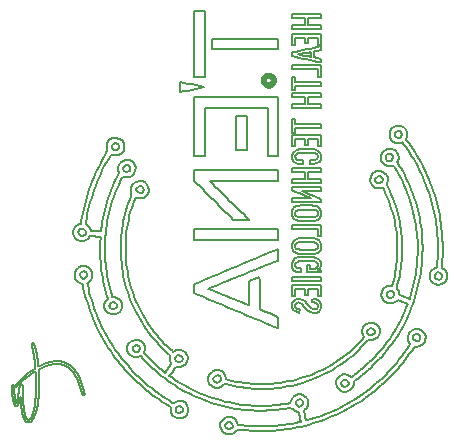
<source format=gbr>
G04 EAGLE Gerber RS-274X export*
G75*
%MOMM*%
%FSLAX34Y34*%
%LPD*%
%INSilkscreen Bottom*%
%IPPOS*%
%AMOC8*
5,1,8,0,0,1.08239X$1,22.5*%
G01*
%ADD10C,0.150000*%
%ADD11C,0.508000*%


D10*
X65611Y38675D02*
X65435Y39347D01*
X65256Y40018D01*
X65075Y40688D01*
X64891Y41357D01*
X64703Y42026D01*
X64512Y42693D01*
X64319Y43360D01*
X64122Y44025D01*
X63921Y44690D01*
X63716Y45354D01*
X63508Y46016D01*
X63295Y46677D01*
X63078Y47336D01*
X62856Y47994D01*
X62629Y48651D01*
X62395Y49304D01*
X62154Y49940D01*
X61894Y50569D01*
X61618Y51190D01*
X61326Y51806D01*
X61019Y52414D01*
X60700Y53014D01*
X60367Y53607D01*
X60021Y54194D01*
X59663Y54772D01*
X59292Y55344D01*
X58909Y55906D01*
X58512Y56459D01*
X58102Y57002D01*
X57677Y57535D01*
X57222Y58076D01*
X56752Y58606D01*
X56268Y59123D01*
X55769Y59625D01*
X55254Y60112D01*
X54724Y60581D01*
X54178Y61031D01*
X53617Y61461D01*
X53039Y61871D01*
X52447Y62257D01*
X51839Y62619D01*
X51218Y62957D01*
X50582Y63270D01*
X49935Y63558D01*
X49277Y63819D01*
X48610Y64055D01*
X47934Y64265D01*
X47251Y64451D01*
X46562Y64613D01*
X45868Y64752D01*
X45171Y64869D01*
X44470Y64965D01*
X43841Y65014D01*
X43212Y65033D01*
X42582Y65036D01*
X41952Y65026D01*
X41322Y65004D01*
X40694Y64967D01*
X40066Y64905D01*
X39374Y64806D01*
X38685Y64694D01*
X37998Y64567D01*
X37313Y64425D01*
X36631Y64270D01*
X35952Y64100D01*
X35278Y63917D01*
X34607Y63721D01*
X33940Y63512D01*
X33278Y63290D01*
X32619Y63056D01*
X31966Y62811D01*
X31315Y62555D01*
X30669Y62289D01*
X30027Y62013D01*
X29389Y61728D01*
X28755Y61435D01*
X28124Y61133D01*
X27491Y60828D01*
X26852Y60537D01*
X26794Y61133D01*
X26747Y61729D01*
X26691Y62438D01*
X26631Y63146D01*
X26568Y63855D01*
X26501Y64563D01*
X26429Y65270D01*
X26353Y65977D01*
X26271Y66684D01*
X26184Y67389D01*
X26090Y68094D01*
X25989Y68798D01*
X25882Y69501D01*
X25766Y70202D01*
X25643Y70902D01*
X25510Y71601D01*
X25369Y72298D01*
X25217Y72993D01*
X25056Y73687D01*
X24884Y74377D01*
X24731Y74955D01*
X24570Y75531D01*
X24401Y76104D01*
X24222Y76675D01*
X24029Y77241D01*
X23815Y77798D01*
X23540Y78407D01*
X23245Y79007D01*
X22933Y79598D01*
X22575Y80159D01*
X22225Y80322D01*
X21841Y80324D01*
X21366Y80026D01*
X21212Y79488D01*
X21302Y78840D01*
X21420Y78196D01*
X21547Y77554D01*
X21681Y76913D01*
X21822Y76274D01*
X21972Y75636D01*
X22134Y74963D01*
X22289Y74289D01*
X22436Y73613D01*
X22577Y72936D01*
X22710Y72258D01*
X22837Y71578D01*
X22958Y70896D01*
X23072Y70214D01*
X23180Y69531D01*
X23282Y68847D01*
X23379Y68162D01*
X23470Y67475D01*
X23556Y66789D01*
X23637Y66101D01*
X23713Y65414D01*
X23785Y64726D01*
X23852Y64037D01*
X23915Y63349D01*
X23974Y62659D01*
X24030Y61969D01*
X24082Y61280D01*
X24123Y60702D01*
X24160Y60123D01*
X24187Y59544D01*
X24110Y58988D01*
X23691Y58735D01*
X23276Y58475D01*
X22862Y58211D01*
X22294Y57844D01*
X21729Y57469D01*
X21170Y57088D01*
X20615Y56701D01*
X20064Y56308D01*
X19518Y55908D01*
X18976Y55503D01*
X18438Y55091D01*
X17905Y54673D01*
X17376Y54249D01*
X16851Y53821D01*
X16332Y53387D01*
X15816Y52948D01*
X15304Y52504D01*
X14797Y52056D01*
X14315Y51618D01*
X13838Y51174D01*
X13365Y50726D01*
X12895Y50276D01*
X12427Y49823D01*
X11962Y49368D01*
X11500Y48910D01*
X11041Y48449D01*
X10586Y47983D01*
X10139Y47509D01*
X9704Y47025D01*
X9272Y46537D01*
X8844Y46047D01*
X8418Y45554D01*
X7995Y45058D01*
X7575Y44559D01*
X7160Y44057D01*
X6767Y43538D01*
X6929Y43130D01*
X7379Y43127D01*
X7936Y43522D01*
X8458Y43965D01*
X8966Y44423D01*
X9466Y44891D01*
X9960Y45366D01*
X10468Y45858D01*
X10978Y46346D01*
X11493Y46831D01*
X12010Y47313D01*
X12530Y47791D01*
X13054Y48265D01*
X13582Y48736D01*
X14114Y49203D01*
X14649Y49665D01*
X15187Y50123D01*
X15729Y50577D01*
X16275Y51025D01*
X16825Y51469D01*
X17378Y51907D01*
X17936Y52341D01*
X18499Y52769D01*
X19065Y53192D01*
X19636Y53608D01*
X20211Y54019D01*
X20792Y54423D01*
X21375Y54820D01*
X21964Y55211D01*
X22546Y55586D01*
X23133Y55954D01*
X23725Y56314D01*
X24333Y56643D01*
X24387Y55991D01*
X24423Y55336D01*
X24455Y54681D01*
X24485Y54026D01*
X24514Y53372D01*
X24541Y52718D01*
X24568Y52062D01*
X24594Y51407D01*
X24620Y50699D01*
X24642Y49991D01*
X24662Y49283D01*
X24679Y48575D01*
X24693Y47867D01*
X24705Y47158D01*
X24714Y46449D01*
X24721Y45740D01*
X24726Y45032D01*
X24728Y44323D01*
X24729Y43614D01*
X24727Y42907D01*
X24723Y42199D01*
X24717Y41491D01*
X24708Y40783D01*
X24697Y40074D01*
X24683Y39365D01*
X24667Y38657D01*
X24648Y37950D01*
X24626Y37242D01*
X24600Y36534D01*
X24571Y35826D01*
X24537Y35119D01*
X24498Y34412D01*
X24452Y33701D01*
X24402Y32989D01*
X24345Y32279D01*
X24283Y31569D01*
X24213Y30860D01*
X24137Y30151D01*
X24053Y29444D01*
X23961Y28737D01*
X23860Y28032D01*
X23750Y27327D01*
X23630Y26625D01*
X23500Y25923D01*
X23359Y25225D01*
X23206Y24528D01*
X23042Y23834D01*
X22866Y23144D01*
X22677Y22457D01*
X22475Y21772D01*
X22261Y21093D01*
X22033Y20417D01*
X21810Y19802D01*
X21569Y19194D01*
X21310Y18593D01*
X21029Y18003D01*
X20725Y17424D01*
X20392Y16862D01*
X20022Y16323D01*
X19602Y15822D01*
X19107Y15397D01*
X18499Y15183D01*
X17871Y15414D01*
X17386Y15888D01*
X16997Y16446D01*
X16669Y17042D01*
X16385Y17659D01*
X16131Y18291D01*
X15904Y18932D01*
X15697Y19581D01*
X15509Y20235D01*
X15337Y20894D01*
X15176Y21587D01*
X15032Y22282D01*
X14903Y22981D01*
X14784Y23681D01*
X14675Y24384D01*
X14574Y25088D01*
X14482Y25793D01*
X14396Y26499D01*
X14317Y27204D01*
X14246Y27912D01*
X14181Y28620D01*
X14123Y29328D01*
X14072Y30037D01*
X14028Y30718D01*
X13990Y31400D01*
X13960Y32082D01*
X13935Y32765D01*
X13914Y33447D01*
X13896Y34131D01*
X13878Y34813D01*
X13861Y35496D01*
X13844Y36179D01*
X13827Y36874D01*
X13810Y37568D01*
X13792Y38264D01*
X13773Y38959D01*
X13752Y39654D01*
X13728Y40350D01*
X13698Y41045D01*
X13660Y41739D01*
X13616Y42433D01*
X13575Y43015D01*
X13527Y43597D01*
X13462Y44177D01*
X13347Y44749D01*
X13070Y45256D01*
X12469Y45577D01*
X11789Y45522D01*
X11444Y45268D01*
X11193Y44919D01*
X11055Y44243D01*
X10935Y43562D01*
X10819Y42881D01*
X10706Y42200D01*
X10594Y41518D01*
X10485Y40837D01*
X10377Y40154D01*
X10271Y39470D01*
X10169Y38787D01*
X10066Y38095D01*
X9959Y37403D01*
X9847Y36713D01*
X9728Y36025D01*
X9602Y35337D01*
X9467Y34651D01*
X9326Y33967D01*
X9180Y33283D01*
X9031Y32599D01*
X8880Y31916D01*
X8723Y31272D01*
X8545Y30633D01*
X8349Y30000D01*
X8099Y29392D01*
X7886Y29939D01*
X7689Y30582D01*
X7516Y31231D01*
X7367Y31887D01*
X7241Y32547D01*
X7130Y33211D01*
X7031Y33875D01*
X6940Y34541D01*
X6853Y35208D01*
X6770Y35875D01*
X6690Y36543D01*
X6617Y37140D01*
X6542Y37736D01*
X6465Y38331D01*
X6384Y38927D01*
X6286Y39623D01*
X6193Y40319D01*
X6115Y41018D01*
X6069Y41719D01*
X6053Y42422D01*
X6050Y43125D01*
X6048Y43692D01*
X6047Y44260D01*
X6046Y44827D01*
X5889Y44962D01*
X5255Y45028D01*
X4918Y44559D01*
X4696Y44018D01*
X4524Y43459D01*
X4401Y42864D01*
X4372Y42256D01*
X4369Y41648D01*
X4374Y40959D01*
X4406Y40271D01*
X4468Y39585D01*
X4546Y38899D01*
X4615Y38310D01*
X4682Y37721D01*
X4748Y37132D01*
X4812Y36543D01*
X4886Y35840D01*
X4965Y35137D01*
X5050Y34436D01*
X5142Y33734D01*
X5244Y33035D01*
X5357Y32337D01*
X5486Y31642D01*
X5634Y30951D01*
X5804Y30265D01*
X6000Y29586D01*
X6223Y28915D01*
X6435Y28344D01*
X6681Y27788D01*
X7005Y27274D01*
X7477Y26896D01*
X8006Y26754D01*
X8535Y26893D01*
X8972Y27231D01*
X9379Y27746D01*
X9687Y28329D01*
X9925Y28857D01*
X10141Y29393D01*
X10336Y29938D01*
X10520Y30571D01*
X10693Y31209D01*
X10860Y31848D01*
X11023Y32488D01*
X11184Y33129D01*
X11341Y33770D01*
X11494Y34412D01*
X11640Y35057D01*
X11737Y34810D01*
X11760Y34131D01*
X11786Y33415D01*
X11818Y32701D01*
X11856Y31986D01*
X11900Y31271D01*
X11951Y30557D01*
X12007Y29843D01*
X12069Y29129D01*
X12138Y28417D01*
X12213Y27705D01*
X12294Y26994D01*
X12382Y26284D01*
X12478Y25574D01*
X12580Y24865D01*
X12691Y24157D01*
X12811Y23451D01*
X12939Y22747D01*
X13078Y22045D01*
X13228Y21346D01*
X13392Y20649D01*
X13571Y19955D01*
X13767Y19267D01*
X13981Y18588D01*
X14211Y17914D01*
X14462Y17248D01*
X14741Y16592D01*
X15056Y15953D01*
X15416Y15339D01*
X15831Y14761D01*
X16308Y14231D01*
X16774Y13820D01*
X17298Y13490D01*
X17883Y13284D01*
X18499Y13217D01*
X19165Y13279D01*
X19798Y13489D01*
X20374Y13828D01*
X20886Y14258D01*
X21346Y14743D01*
X21765Y15264D01*
X22178Y15848D01*
X22555Y16457D01*
X22904Y17081D01*
X23228Y17720D01*
X23531Y18369D01*
X23815Y19026D01*
X24082Y19691D01*
X24333Y20362D01*
X24570Y21038D01*
X24792Y21719D01*
X25002Y22403D01*
X25200Y23093D01*
X25385Y23784D01*
X25559Y24479D01*
X25722Y25177D01*
X25874Y25877D01*
X26015Y26579D01*
X26145Y27283D01*
X26264Y27989D01*
X26369Y28670D01*
X26467Y29351D01*
X26557Y30034D01*
X26640Y30718D01*
X26716Y31402D01*
X26785Y32087D01*
X26848Y32772D01*
X26905Y33458D01*
X26957Y34144D01*
X27005Y34831D01*
X27049Y35518D01*
X27090Y36205D01*
X27127Y36893D01*
X27162Y37580D01*
X27195Y38267D01*
X27225Y38955D01*
X27246Y39629D01*
X27261Y40302D01*
X27274Y40975D01*
X27284Y41647D01*
X27294Y42320D01*
X27302Y42994D01*
X27309Y43667D01*
X27316Y44340D01*
X27320Y45030D01*
X27322Y45719D01*
X27323Y46409D01*
X27321Y47099D01*
X27317Y47790D01*
X27311Y48480D01*
X27302Y49170D01*
X27292Y49859D01*
X27279Y50548D01*
X27264Y51238D01*
X27247Y51927D01*
X27227Y52616D01*
X27204Y53306D01*
X27178Y53995D01*
X27149Y54684D01*
X27116Y55374D01*
X27079Y56063D01*
X27048Y56653D01*
X27019Y57244D01*
X26997Y57834D01*
X26997Y58147D01*
X27551Y58416D01*
X28105Y58686D01*
X28744Y58992D01*
X29386Y59291D01*
X30033Y59583D01*
X30682Y59866D01*
X31335Y60140D01*
X31993Y60405D01*
X32654Y60660D01*
X33320Y60904D01*
X33990Y61136D01*
X34664Y61357D01*
X35341Y61565D01*
X36023Y61759D01*
X36709Y61939D01*
X37399Y62105D01*
X38092Y62255D01*
X38788Y62389D01*
X39487Y62507D01*
X40188Y62608D01*
X40813Y62673D01*
X41441Y62712D01*
X42070Y62734D01*
X42699Y62739D01*
X43328Y62728D01*
X43956Y62697D01*
X44582Y62634D01*
X45241Y62531D01*
X45897Y62407D01*
X46548Y62260D01*
X47193Y62090D01*
X47831Y61894D01*
X48462Y61673D01*
X49082Y61426D01*
X49692Y61153D01*
X50289Y60854D01*
X50873Y60530D01*
X51442Y60183D01*
X51998Y59813D01*
X52540Y59417D01*
X53065Y58999D01*
X53574Y58561D01*
X54067Y58106D01*
X54546Y57634D01*
X55010Y57149D01*
X55460Y56651D01*
X55896Y56141D01*
X56318Y55620D01*
X56727Y55089D01*
X57124Y54547D01*
X57506Y53996D01*
X57875Y53435D01*
X58229Y52866D01*
X58551Y52313D01*
X58859Y51755D01*
X59160Y51192D01*
X59454Y50624D01*
X59739Y50053D01*
X60009Y49472D01*
X60267Y48846D01*
X60510Y48213D01*
X60744Y47576D01*
X60970Y46937D01*
X61191Y46296D01*
X61407Y45653D01*
X61619Y45009D01*
X61827Y44363D01*
X62031Y43716D01*
X62232Y43068D01*
X62429Y42420D01*
X62623Y41770D01*
X62814Y41119D01*
X63001Y40467D01*
X63184Y39814D01*
X63363Y39161D01*
X63538Y38507D01*
X63683Y37965D01*
X63834Y37426D01*
X64000Y36890D01*
X64372Y36456D01*
X64926Y36305D01*
X65473Y36479D01*
X65789Y36842D01*
X65920Y37304D01*
X65780Y37993D01*
X65610Y38675D01*
X65611Y38675D01*
X371146Y142268D02*
X372820Y139741D01*
X371146Y142268D02*
X368902Y143859D01*
X368447Y144089D01*
X368519Y145039D01*
X368745Y147963D01*
X368917Y150888D01*
X369035Y153816D01*
X369100Y156752D01*
X369117Y159684D01*
X369110Y162218D01*
X369064Y164748D01*
X368967Y167275D01*
X368766Y170852D01*
X368483Y174418D01*
X368121Y177981D01*
X367677Y181533D01*
X367150Y185074D01*
X366540Y188603D01*
X365845Y192118D01*
X365067Y195614D01*
X364207Y199089D01*
X363264Y202546D01*
X362236Y205980D01*
X361132Y209382D01*
X359942Y212762D01*
X358677Y216109D01*
X357483Y219063D01*
X356225Y221990D01*
X354906Y224888D01*
X353526Y227766D01*
X352096Y230610D01*
X350605Y233426D01*
X349057Y236215D01*
X347426Y239020D01*
X345738Y241792D01*
X343999Y244530D01*
X342207Y247239D01*
X340368Y249913D01*
X338472Y252552D01*
X338161Y252977D01*
X338347Y253326D01*
X339032Y255009D01*
X339293Y257074D01*
X338942Y259457D01*
X337128Y262361D01*
X334214Y264163D01*
X330716Y264509D01*
X327426Y263268D01*
X325419Y261296D01*
X324290Y258724D01*
X324153Y256260D01*
X324845Y253891D01*
X326523Y251598D01*
X328960Y250151D01*
X331702Y249751D01*
X334454Y250109D01*
X334981Y250239D01*
X336580Y248204D01*
X338178Y245964D01*
X339734Y243695D01*
X341247Y241398D01*
X342723Y239075D01*
X344508Y236121D01*
X346221Y233128D01*
X347863Y230099D01*
X349433Y227029D01*
X350935Y223922D01*
X352361Y220779D01*
X353720Y217606D01*
X354999Y214405D01*
X356211Y211173D01*
X357343Y207915D01*
X358404Y204635D01*
X359390Y201329D01*
X360300Y198002D01*
X361135Y194656D01*
X361892Y191290D01*
X362569Y187909D01*
X363168Y184512D01*
X363687Y181099D01*
X364128Y177684D01*
X364444Y174712D01*
X364698Y171734D01*
X364895Y168755D01*
X365042Y165770D01*
X365089Y162978D01*
X365100Y160189D01*
X365089Y157404D01*
X365042Y154608D01*
X364920Y151999D01*
X364759Y149390D01*
X364558Y146781D01*
X364401Y144945D01*
X364350Y144601D01*
X363530Y144268D01*
X360971Y142953D01*
X359408Y141340D01*
X358454Y139433D01*
X358082Y136945D01*
X358522Y134465D01*
X359522Y132666D01*
X360960Y131200D01*
X362368Y130336D01*
X365393Y129605D01*
X368465Y130121D01*
X371082Y131802D01*
X372824Y134411D01*
X373203Y135225D01*
X373204Y137078D01*
X373200Y138931D01*
X372820Y139741D01*
X372820Y139741D01*
X368888Y136580D02*
X367752Y134709D01*
X365691Y133967D01*
X364218Y134318D01*
X363354Y134949D01*
X362741Y135773D01*
X362422Y137236D01*
X363386Y139250D01*
X365429Y140182D01*
X367268Y139766D01*
X368626Y138333D01*
X368888Y136580D01*
X368888Y136580D01*
X332924Y254231D02*
X334888Y256391D01*
X332924Y254231D02*
X331720Y254001D01*
X329996Y254477D01*
X328874Y255597D01*
X328626Y258056D01*
X329404Y259226D01*
X330200Y259816D01*
X331745Y260166D01*
X332727Y260032D01*
X334092Y259185D01*
X334888Y256391D01*
X334889Y256391D01*
X353914Y88096D02*
X354627Y85713D01*
X353914Y88096D02*
X352448Y90103D01*
X350538Y91465D01*
X348305Y92193D01*
X345710Y92172D01*
X342735Y90956D01*
X340742Y88964D01*
X339520Y85810D01*
X339860Y82448D01*
X341312Y79888D01*
X341670Y79347D01*
X340824Y78014D01*
X338860Y75078D01*
X336824Y72186D01*
X334720Y69344D01*
X332556Y66555D01*
X330323Y63813D01*
X328025Y61125D01*
X325667Y58491D01*
X323247Y55917D01*
X320767Y53397D01*
X318226Y50939D01*
X315631Y48537D01*
X312982Y46204D01*
X310276Y43928D01*
X307520Y41713D01*
X304717Y39562D01*
X302018Y37587D01*
X299273Y35673D01*
X296488Y33824D01*
X293656Y32035D01*
X290789Y30311D01*
X287882Y28656D01*
X284943Y27068D01*
X281961Y25541D01*
X278954Y24086D01*
X275903Y22695D01*
X272825Y21376D01*
X269724Y20125D01*
X266592Y18942D01*
X263541Y17871D01*
X260470Y16860D01*
X257373Y15903D01*
X254262Y15018D01*
X253782Y14889D01*
X253710Y15068D01*
X252982Y17448D01*
X252420Y19871D01*
X251990Y22319D01*
X252129Y23319D01*
X253943Y25272D01*
X255194Y27609D01*
X255524Y29691D01*
X255165Y31759D01*
X253946Y34100D01*
X251997Y35874D01*
X249556Y36874D01*
X247119Y37035D01*
X244746Y36451D01*
X242706Y35100D01*
X241366Y33326D01*
X240531Y31261D01*
X240183Y29620D01*
X240144Y29484D01*
X236957Y28906D01*
X233542Y28387D01*
X230115Y27960D01*
X226674Y27627D01*
X223230Y27383D01*
X219778Y27222D01*
X217047Y27186D01*
X214315Y27186D01*
X211584Y27226D01*
X208398Y27365D01*
X205215Y27580D01*
X202036Y27871D01*
X198509Y28286D01*
X194993Y28788D01*
X191491Y29387D01*
X188007Y30075D01*
X184541Y30856D01*
X181100Y31731D01*
X177688Y32699D01*
X174301Y33760D01*
X170942Y34917D01*
X167620Y36161D01*
X164333Y37498D01*
X161082Y38924D01*
X157871Y40441D01*
X154702Y42043D01*
X151577Y43727D01*
X148498Y45494D01*
X145459Y47344D01*
X142935Y48967D01*
X140437Y50641D01*
X137978Y52365D01*
X137853Y52455D01*
X139222Y54304D01*
X140591Y56150D01*
X141960Y58000D01*
X143330Y59845D01*
X143878Y59795D01*
X146451Y59785D01*
X149369Y60552D01*
X151899Y62706D01*
X152935Y64752D01*
X153294Y66813D01*
X153154Y68648D01*
X152530Y70383D01*
X150577Y72849D01*
X147774Y74315D01*
X144609Y74387D01*
X141577Y73405D01*
X141007Y73143D01*
X140609Y73483D01*
X138215Y75577D01*
X135878Y77742D01*
X133598Y79967D01*
X131383Y82250D01*
X129222Y84598D01*
X127136Y87003D01*
X124892Y89756D01*
X122742Y92573D01*
X120681Y95458D01*
X118710Y98408D01*
X116835Y101419D01*
X115057Y104483D01*
X113376Y107609D01*
X111792Y110788D01*
X110315Y114014D01*
X108989Y117161D01*
X107756Y120351D01*
X106620Y123573D01*
X105584Y126831D01*
X104642Y130118D01*
X103799Y133426D01*
X103054Y136759D01*
X102409Y140118D01*
X101864Y143490D01*
X101416Y146881D01*
X101068Y150275D01*
X100821Y153688D01*
X100674Y157039D01*
X100649Y160397D01*
X100674Y163752D01*
X100821Y167103D01*
X101072Y170562D01*
X101434Y174017D01*
X101900Y177458D01*
X102473Y180877D01*
X103151Y184275D01*
X103939Y187652D01*
X104835Y191004D01*
X105842Y194320D01*
X106968Y197606D01*
X108204Y200845D01*
X109305Y203459D01*
X110021Y203316D01*
X113426Y202857D01*
X116104Y203579D01*
X118240Y205093D01*
X119512Y206823D01*
X120244Y208849D01*
X120340Y210305D01*
X120014Y212606D01*
X118211Y215549D01*
X115290Y217376D01*
X112563Y217734D01*
X109290Y216925D01*
X107405Y215596D01*
X106068Y213867D01*
X105312Y211811D01*
X105194Y210542D01*
X105599Y207942D01*
X105265Y204643D01*
X104108Y201707D01*
X103036Y198744D01*
X102050Y195751D01*
X101140Y192730D01*
X100315Y189689D01*
X99573Y186627D01*
X98907Y183544D01*
X98305Y180365D01*
X97789Y177168D01*
X97358Y173956D01*
X97018Y170734D01*
X96767Y167505D01*
X96609Y164268D01*
X96548Y161028D01*
X96581Y157791D01*
X96706Y154555D01*
X96928Y151322D01*
X97272Y147781D01*
X97710Y144247D01*
X98244Y140727D01*
X98878Y137222D01*
X99609Y133741D01*
X100441Y130283D01*
X101376Y126849D01*
X102412Y123444D01*
X103556Y120071D01*
X104799Y116741D01*
X106151Y113448D01*
X107599Y110197D01*
X109154Y106992D01*
X110810Y103842D01*
X112516Y100817D01*
X114319Y97845D01*
X116211Y94928D01*
X118186Y92075D01*
X120251Y89276D01*
X122394Y86541D01*
X124613Y83863D01*
X126907Y81258D01*
X129272Y78706D01*
X131706Y76225D01*
X134201Y73806D01*
X136753Y71451D01*
X137943Y70297D01*
X138233Y68426D01*
X138125Y66096D01*
X139362Y62903D01*
X139527Y62548D01*
X137742Y60122D01*
X135950Y57709D01*
X134140Y55308D01*
X131742Y57218D01*
X129265Y59304D01*
X126842Y61451D01*
X124473Y63656D01*
X122158Y65917D01*
X119896Y68233D01*
X117692Y70602D01*
X116559Y71856D01*
X116441Y72000D01*
X116634Y72501D01*
X117150Y74251D01*
X117247Y75734D01*
X117125Y77258D01*
X116269Y79405D01*
X114817Y81190D01*
X112222Y82695D01*
X109258Y83111D01*
X106348Y82376D01*
X104380Y81028D01*
X102939Y79132D01*
X102172Y76881D01*
X102172Y74440D01*
X102936Y72179D01*
X104362Y70275D01*
X105918Y69118D01*
X107742Y68465D01*
X110481Y68376D01*
X113488Y69046D01*
X115463Y67050D01*
X117914Y64476D01*
X120427Y61967D01*
X122997Y59519D01*
X125627Y57139D01*
X128319Y54820D01*
X131065Y52573D01*
X133871Y50394D01*
X136731Y48293D01*
X139531Y46344D01*
X142380Y44469D01*
X145280Y42663D01*
X148222Y40935D01*
X151208Y39283D01*
X154237Y37709D01*
X157305Y36211D01*
X160412Y34795D01*
X163552Y33458D01*
X166728Y32200D01*
X169932Y31025D01*
X173165Y29924D01*
X176427Y28906D01*
X179706Y27964D01*
X183007Y27100D01*
X186462Y26283D01*
X189943Y25559D01*
X193441Y24931D01*
X196953Y24394D01*
X200484Y23957D01*
X204021Y23612D01*
X207563Y23365D01*
X211115Y23211D01*
X214663Y23150D01*
X218219Y23182D01*
X221763Y23304D01*
X225308Y23512D01*
X228849Y23806D01*
X232380Y24189D01*
X235885Y24666D01*
X239383Y25254D01*
X242269Y24552D01*
X244258Y23000D01*
X246656Y22204D01*
X247258Y22089D01*
X247695Y20007D01*
X248132Y17924D01*
X248570Y15828D01*
X248986Y13734D01*
X247831Y13462D01*
X244606Y12785D01*
X241365Y12179D01*
X238111Y11645D01*
X234846Y11182D01*
X231573Y10788D01*
X228287Y10466D01*
X225003Y10215D01*
X221810Y10043D01*
X218613Y9946D01*
X215412Y9921D01*
X212211Y9949D01*
X209014Y10046D01*
X205817Y10211D01*
X202624Y10448D01*
X199437Y10749D01*
X196262Y11104D01*
X195842Y11243D01*
X195434Y12817D01*
X194161Y15086D01*
X192186Y16788D01*
X189760Y17731D01*
X188208Y17824D01*
X185864Y17519D01*
X183652Y16390D01*
X181914Y14609D01*
X180853Y12362D01*
X180634Y10028D01*
X181111Y7742D01*
X182810Y5157D01*
X185799Y3315D01*
X188186Y2946D01*
X190376Y3250D01*
X192294Y4200D01*
X193925Y5595D01*
X195179Y7129D01*
X196495Y6992D01*
X199839Y6638D01*
X203194Y6354D01*
X206548Y6136D01*
X209907Y5974D01*
X213086Y5914D01*
X216272Y5899D01*
X219455Y5931D01*
X222831Y6053D01*
X226208Y6250D01*
X229581Y6516D01*
X232943Y6856D01*
X236297Y7268D01*
X239645Y7756D01*
X242978Y8322D01*
X246301Y8964D01*
X249606Y9681D01*
X252892Y10469D01*
X256161Y11336D01*
X259412Y12279D01*
X262638Y13293D01*
X265838Y14379D01*
X269021Y15534D01*
X272319Y16817D01*
X275588Y18172D01*
X278821Y19602D01*
X282021Y21103D01*
X285190Y22677D01*
X288322Y24322D01*
X291415Y26035D01*
X294469Y27817D01*
X297484Y29673D01*
X300451Y31594D01*
X303376Y33580D01*
X306254Y35637D01*
X309078Y37756D01*
X311856Y39942D01*
X314580Y42193D01*
X317254Y44512D01*
X319666Y46709D01*
X322028Y48956D01*
X324344Y51247D01*
X326616Y53587D01*
X328838Y55971D01*
X331003Y58404D01*
X333118Y60878D01*
X335175Y63394D01*
X337186Y65953D01*
X339147Y68551D01*
X341057Y71186D01*
X342917Y73856D01*
X344727Y76562D01*
X345254Y77369D01*
X346433Y77369D01*
X349831Y77863D01*
X352702Y79774D01*
X353874Y81398D01*
X354541Y83283D01*
X354623Y85713D01*
X354627Y85713D01*
X350258Y84164D02*
X348939Y82290D01*
X346717Y81713D01*
X344154Y83494D01*
X343828Y84810D01*
X344154Y86121D01*
X345674Y87602D01*
X347939Y87799D01*
X349627Y86709D01*
X350323Y84831D01*
X350258Y84164D01*
X350257Y84165D01*
X250999Y28760D02*
X248849Y26638D01*
X247114Y26570D01*
X244895Y28355D01*
X245146Y31265D01*
X246523Y32408D01*
X248290Y32684D01*
X249917Y31971D01*
X250956Y30530D01*
X250999Y28760D01*
X251000Y28760D01*
X191388Y9702D02*
X190477Y8208D01*
X188190Y7294D01*
X185907Y8251D01*
X184975Y10534D01*
X186008Y12652D01*
X188212Y13512D01*
X190653Y12430D01*
X191388Y9702D01*
X191386Y9702D01*
X148412Y65401D02*
X148899Y66512D01*
X148412Y65401D02*
X146419Y64057D01*
X144967Y64060D01*
X143508Y64838D01*
X142444Y66942D01*
X143301Y69139D01*
X145157Y70161D01*
X147247Y69813D01*
X148623Y68433D01*
X148899Y66512D01*
X148900Y66512D01*
X115692Y208974D02*
X115957Y209710D01*
X115692Y208974D02*
X115104Y208178D01*
X114459Y207640D01*
X112563Y207187D01*
X110792Y207991D01*
X109674Y209594D01*
X109631Y211035D01*
X110799Y212742D01*
X112764Y213400D01*
X114240Y213056D01*
X115674Y211676D01*
X115957Y209710D01*
X112842Y74942D02*
X111093Y72870D01*
X108602Y72734D01*
X106731Y74379D01*
X106785Y77035D01*
X107713Y78114D01*
X110111Y78745D01*
X112606Y76967D01*
X112860Y76336D01*
X112842Y74942D01*
X112842Y74942D01*
X352042Y165124D02*
X351877Y168651D01*
X351619Y172175D01*
X351268Y175687D01*
X350823Y179196D01*
X350286Y182687D01*
X349655Y186164D01*
X348927Y189622D01*
X348110Y193060D01*
X347200Y196473D01*
X346200Y199863D01*
X345110Y203227D01*
X343934Y206557D01*
X342673Y209856D01*
X341332Y213125D01*
X339913Y216357D01*
X338415Y219555D01*
X336841Y222719D01*
X335196Y225850D01*
X333906Y228183D01*
X332580Y230496D01*
X331221Y232786D01*
X330766Y233529D01*
X331017Y234077D01*
X331823Y237384D01*
X331060Y240688D01*
X328795Y243424D01*
X325533Y244821D01*
X322866Y244822D01*
X320357Y243922D01*
X318232Y242124D01*
X316913Y239678D01*
X316587Y236921D01*
X317314Y234237D01*
X319300Y231687D01*
X322218Y230323D01*
X324759Y230164D01*
X327282Y230563D01*
X327658Y230646D01*
X328995Y228539D01*
X330687Y225647D01*
X332307Y222718D01*
X333852Y219750D01*
X335325Y216745D01*
X336723Y213701D01*
X338042Y210625D01*
X339282Y207516D01*
X340440Y204378D01*
X341569Y201045D01*
X342605Y197687D01*
X343551Y194301D01*
X344404Y190891D01*
X345167Y187458D01*
X345841Y184010D01*
X346422Y180544D01*
X346916Y177063D01*
X347321Y173572D01*
X347633Y170071D01*
X347859Y166562D01*
X347988Y163046D01*
X348031Y159526D01*
X347977Y156017D01*
X347830Y152501D01*
X347594Y149071D01*
X347271Y145644D01*
X346856Y142236D01*
X346350Y138838D01*
X345759Y135447D01*
X345078Y132078D01*
X344314Y128723D01*
X343465Y125390D01*
X342533Y122078D01*
X341526Y118795D01*
X341214Y117942D01*
X339071Y118730D01*
X336927Y119515D01*
X334780Y120300D01*
X332640Y121099D01*
X332565Y121709D01*
X331977Y124268D01*
X330572Y126483D01*
X330286Y126859D01*
X330866Y129354D01*
X331486Y131960D01*
X332092Y134569D01*
X332651Y137189D01*
X333275Y140530D01*
X333798Y143888D01*
X334218Y147261D01*
X334537Y150641D01*
X334755Y154028D01*
X334863Y157099D01*
X334891Y160178D01*
X334848Y163257D01*
X334734Y166329D01*
X334511Y169727D01*
X334196Y173121D01*
X333784Y176497D01*
X333275Y179866D01*
X332666Y183218D01*
X331963Y186551D01*
X331157Y189858D01*
X330253Y193142D01*
X329253Y196398D01*
X328160Y199620D01*
X326970Y202806D01*
X325691Y205960D01*
X324318Y209077D01*
X322863Y212153D01*
X322006Y214022D01*
X322296Y215744D01*
X322891Y217791D01*
X322863Y219916D01*
X321834Y222624D01*
X319845Y224737D01*
X317210Y225953D01*
X315339Y226173D01*
X313469Y225953D01*
X311139Y224953D01*
X309268Y223245D01*
X308074Y221012D01*
X307730Y218690D01*
X307823Y217282D01*
X309289Y214173D01*
X311963Y212003D01*
X314680Y211242D01*
X317870Y211639D01*
X318608Y211799D01*
X319167Y210647D01*
X320655Y207435D01*
X322053Y204186D01*
X323357Y200899D01*
X324569Y197573D01*
X325680Y194214D01*
X326691Y190820D01*
X327594Y187400D01*
X328393Y183952D01*
X329085Y180479D01*
X329662Y176988D01*
X330128Y173483D01*
X330486Y169963D01*
X330734Y166436D01*
X330852Y162909D01*
X330877Y159383D01*
X330802Y155856D01*
X330615Y152687D01*
X330357Y149526D01*
X330013Y146368D01*
X329594Y143221D01*
X329089Y140089D01*
X328501Y136970D01*
X327834Y133870D01*
X327092Y130784D01*
X326641Y128992D01*
X326289Y128874D01*
X325124Y128852D01*
X322909Y128601D01*
X320393Y127436D01*
X318705Y125752D01*
X317684Y123730D01*
X317332Y120931D01*
X318056Y118203D01*
X319744Y115945D01*
X322146Y114462D01*
X324787Y113970D01*
X327447Y114379D01*
X329078Y115160D01*
X330497Y116286D01*
X330963Y116694D01*
X333153Y115935D01*
X335325Y115146D01*
X337494Y114350D01*
X339655Y113551D01*
X338519Y110548D01*
X337246Y107458D01*
X335891Y104397D01*
X334461Y101379D01*
X332952Y98397D01*
X331368Y95454D01*
X329705Y92551D01*
X327967Y89691D01*
X326167Y86885D01*
X324300Y84125D01*
X322365Y81415D01*
X320365Y78752D01*
X318296Y76139D01*
X316160Y73576D01*
X313963Y71075D01*
X311705Y68623D01*
X309383Y66229D01*
X306999Y63895D01*
X304565Y61623D01*
X302060Y59404D01*
X299508Y57250D01*
X296902Y55157D01*
X294243Y53128D01*
X292228Y51680D01*
X291655Y52010D01*
X288841Y53343D01*
X285770Y53831D01*
X283060Y53107D01*
X281243Y51781D01*
X279780Y49849D01*
X279107Y48053D01*
X278945Y46146D01*
X279648Y43265D01*
X281254Y41057D01*
X283021Y39806D01*
X285067Y39089D01*
X287429Y39003D01*
X289261Y39447D01*
X290949Y40283D01*
X292691Y42017D01*
X293752Y44480D01*
X294103Y47157D01*
X294128Y47931D01*
X295465Y48928D01*
X298096Y50931D01*
X300680Y52992D01*
X303225Y55103D01*
X305727Y57272D01*
X308178Y59490D01*
X310580Y61763D01*
X312931Y64085D01*
X315228Y66465D01*
X317469Y68895D01*
X319745Y71490D01*
X321956Y74143D01*
X324099Y76849D01*
X326171Y79605D01*
X328171Y82419D01*
X330096Y85282D01*
X331949Y88200D01*
X333716Y91157D01*
X335408Y94168D01*
X337020Y97218D01*
X338551Y100311D01*
X339999Y103447D01*
X341365Y106616D01*
X342644Y109816D01*
X343841Y113049D01*
X344956Y116315D01*
X345988Y119605D01*
X346942Y122924D01*
X347809Y126264D01*
X348597Y129623D01*
X349307Y132999D01*
X349934Y136343D01*
X350486Y139705D01*
X350959Y143082D01*
X351354Y146465D01*
X351662Y149849D01*
X351891Y153246D01*
X352042Y156651D01*
X352078Y159472D01*
X352074Y162297D01*
X352038Y165124D01*
X352043Y165125D01*
X328111Y120763D02*
X327046Y119085D01*
X325609Y118379D01*
X324932Y118311D01*
X323512Y118655D01*
X321960Y120182D01*
X321903Y122548D01*
X323595Y124247D01*
X324932Y124523D01*
X326276Y124243D01*
X327763Y122917D01*
X328150Y121946D01*
X328111Y120763D01*
X328111Y120762D01*
X325663Y234709D02*
X327333Y236731D01*
X325663Y234709D02*
X324347Y234357D01*
X322355Y234911D01*
X321097Y236559D01*
X320978Y237462D01*
X321097Y238365D01*
X322355Y240015D01*
X324347Y240567D01*
X325681Y240208D01*
X326480Y239617D01*
X327272Y238392D01*
X327333Y236731D01*
X327332Y236731D01*
X318526Y218216D02*
X317705Y216617D01*
X315314Y215636D01*
X313418Y216215D01*
X312236Y217808D01*
X312114Y218689D01*
X312214Y219549D01*
X313401Y221193D01*
X315340Y221789D01*
X317598Y220917D01*
X318580Y218711D01*
X318526Y218216D01*
X318526Y218217D01*
X289752Y45921D02*
X288347Y43871D01*
X286211Y43326D01*
X284222Y44294D01*
X283300Y46154D01*
X283856Y48143D01*
X285315Y49283D01*
X287146Y49480D01*
X288870Y48556D01*
X289752Y45921D01*
X289752Y45921D01*
X315942Y91132D02*
X315132Y93595D01*
X313540Y95638D01*
X311340Y97018D01*
X308630Y97570D01*
X306691Y97408D01*
X304870Y96745D01*
X302863Y95265D01*
X301426Y93222D01*
X300906Y91606D01*
X300902Y89326D01*
X301479Y87312D01*
X302393Y85434D01*
X302587Y85079D01*
X300720Y82960D01*
X298870Y80982D01*
X296974Y79047D01*
X295039Y77150D01*
X293060Y75301D01*
X290487Y73032D01*
X287845Y70842D01*
X285135Y68735D01*
X282358Y66706D01*
X279522Y64767D01*
X276630Y62914D01*
X273687Y61150D01*
X270687Y59477D01*
X267644Y57892D01*
X264548Y56401D01*
X261415Y55004D01*
X258239Y53699D01*
X255024Y52491D01*
X251773Y51376D01*
X248497Y50362D01*
X245193Y49444D01*
X241856Y48620D01*
X238501Y47900D01*
X235125Y47276D01*
X231730Y46753D01*
X228322Y46330D01*
X224903Y46004D01*
X221476Y45781D01*
X218057Y45659D01*
X214637Y45642D01*
X211218Y45724D01*
X207809Y45907D01*
X204401Y46190D01*
X201007Y46577D01*
X197627Y47064D01*
X194261Y47652D01*
X190913Y48344D01*
X187587Y49136D01*
X186096Y49527D01*
X185874Y49591D01*
X185849Y49857D01*
X185799Y50444D01*
X185215Y52860D01*
X183863Y54953D01*
X181906Y56491D01*
X179146Y57362D01*
X176250Y57179D01*
X173756Y56057D01*
X171835Y54100D01*
X170734Y51516D01*
X170677Y48710D01*
X171670Y46082D01*
X173813Y43842D01*
X176659Y42613D01*
X178756Y42530D01*
X181663Y43487D01*
X184164Y45272D01*
X184594Y45656D01*
X185691Y45384D01*
X188956Y44606D01*
X192240Y43918D01*
X195544Y43312D01*
X198856Y42792D01*
X202182Y42366D01*
X205523Y42025D01*
X208874Y41781D01*
X211892Y41642D01*
X214917Y41599D01*
X218050Y41602D01*
X221182Y41685D01*
X224311Y41867D01*
X227723Y42161D01*
X231125Y42559D01*
X234515Y43050D01*
X237888Y43642D01*
X241243Y44326D01*
X244580Y45108D01*
X247895Y45982D01*
X251178Y46946D01*
X254437Y48004D01*
X257662Y49151D01*
X260852Y50387D01*
X264006Y51717D01*
X267125Y53133D01*
X270200Y54642D01*
X273232Y56240D01*
X276200Y57925D01*
X279117Y59692D01*
X281978Y61548D01*
X284788Y63484D01*
X287540Y65502D01*
X290236Y67598D01*
X292870Y69771D01*
X295440Y72011D01*
X297949Y74326D01*
X300393Y76710D01*
X302770Y79154D01*
X305082Y81670D01*
X305988Y82674D01*
X306185Y82885D01*
X306637Y82813D01*
X309336Y82727D01*
X311913Y83498D01*
X314472Y85624D01*
X315856Y88656D01*
X315942Y91129D01*
X315942Y91132D01*
X311512Y89257D02*
X309125Y87082D01*
X308415Y87028D01*
X306953Y87365D01*
X305268Y89264D01*
X305153Y90121D01*
X305264Y90981D01*
X306458Y92598D01*
X308361Y93236D01*
X310429Y92519D01*
X311601Y90680D01*
X311512Y89257D01*
X311512Y89257D01*
X181369Y49329D02*
X179609Y47200D01*
X178168Y46863D01*
X175795Y47895D01*
X174921Y49935D01*
X175745Y51996D01*
X178584Y53046D01*
X181082Y51351D01*
X181405Y50447D01*
X181369Y49329D01*
X181369Y49330D01*
X152853Y27796D02*
X153863Y24814D01*
X152853Y27796D02*
X150684Y30115D01*
X148734Y31093D01*
X146387Y31380D01*
X145096Y31273D01*
X143247Y30706D01*
X141519Y29846D01*
X141089Y29588D01*
X140372Y30004D01*
X137326Y31817D01*
X134326Y33699D01*
X131369Y35656D01*
X128462Y37677D01*
X125602Y39771D01*
X122792Y41928D01*
X120036Y44154D01*
X117333Y46441D01*
X114684Y48796D01*
X112093Y51208D01*
X109555Y53685D01*
X107082Y56222D01*
X104663Y58814D01*
X102312Y61459D01*
X100021Y64165D01*
X97928Y66749D01*
X95889Y69380D01*
X93907Y72057D01*
X91982Y74771D01*
X90118Y77530D01*
X88315Y80333D01*
X86577Y83168D01*
X84899Y86050D01*
X83290Y88964D01*
X81745Y91910D01*
X80269Y94896D01*
X78864Y97907D01*
X77523Y100953D01*
X76251Y104032D01*
X75046Y107143D01*
X73914Y110276D01*
X72849Y113434D01*
X71855Y116613D01*
X70930Y119813D01*
X70073Y123039D01*
X69285Y126279D01*
X68565Y129530D01*
X68287Y130921D01*
X68854Y131430D01*
X71010Y133537D01*
X72026Y135072D01*
X72655Y136806D01*
X72634Y139258D01*
X71218Y142405D01*
X68565Y144609D01*
X65917Y145398D01*
X63164Y145201D01*
X60656Y144036D01*
X58730Y142057D01*
X57722Y139821D01*
X57524Y137373D01*
X58243Y134634D01*
X60525Y132061D01*
X63669Y130602D01*
X64136Y130462D01*
X64299Y129710D01*
X65016Y126570D01*
X65789Y123448D01*
X66613Y120337D01*
X67492Y117240D01*
X68510Y113917D01*
X69596Y110609D01*
X70749Y107322D01*
X71969Y104068D01*
X73260Y100835D01*
X74620Y97634D01*
X76050Y94466D01*
X77548Y91330D01*
X79122Y88226D01*
X80763Y85158D01*
X82477Y82129D01*
X84261Y79143D01*
X86111Y76197D01*
X88032Y73294D01*
X89968Y70513D01*
X91968Y67771D01*
X94028Y65079D01*
X96150Y62434D01*
X98333Y59835D01*
X100573Y57290D01*
X102871Y54792D01*
X105222Y52344D01*
X107627Y49953D01*
X110082Y47617D01*
X112584Y45330D01*
X115136Y43097D01*
X117738Y40914D01*
X120380Y38789D01*
X123068Y36713D01*
X125788Y34695D01*
X128652Y32667D01*
X131548Y30695D01*
X134480Y28774D01*
X137451Y26903D01*
X138742Y26122D01*
X138795Y24846D01*
X138878Y23032D01*
X139290Y21276D01*
X140881Y18667D01*
X142666Y17398D01*
X144566Y16706D01*
X146580Y16527D01*
X148835Y16946D01*
X150874Y18007D01*
X152544Y19695D01*
X153756Y22470D01*
X153863Y24814D01*
X153864Y24814D01*
X149434Y23197D02*
X147075Y20961D01*
X145462Y20982D01*
X143570Y22326D01*
X143097Y24577D01*
X143358Y25287D01*
X143975Y26111D01*
X144839Y26742D01*
X146312Y27093D01*
X148398Y26330D01*
X149523Y24419D01*
X149434Y23197D01*
X149434Y23197D01*
X65855Y134931D02*
X68237Y137164D01*
X65855Y134931D02*
X64266Y134949D01*
X62598Y136000D01*
X61847Y137813D01*
X62313Y139534D01*
X63661Y140716D01*
X65115Y141060D01*
X67633Y139863D01*
X68237Y137164D01*
X68237Y137164D01*
X109140Y228854D02*
X108305Y231487D01*
X106570Y233642D01*
X104179Y235029D01*
X101337Y235452D01*
X98154Y234691D01*
X95860Y232990D01*
X94785Y231518D01*
X94176Y229807D01*
X94108Y227249D01*
X94868Y224317D01*
X94997Y223987D01*
X94298Y222640D01*
X92721Y219489D01*
X91233Y216299D01*
X89828Y213069D01*
X88506Y209805D01*
X87276Y206511D01*
X86126Y203183D01*
X85065Y199828D01*
X84090Y196448D01*
X83201Y193041D01*
X82402Y189615D01*
X81685Y186168D01*
X81058Y182709D01*
X80520Y179232D01*
X80244Y177204D01*
X80000Y175178D01*
X79972Y174863D01*
X79835Y174885D01*
X77771Y175064D01*
X75703Y175232D01*
X73678Y175401D01*
X71648Y175587D01*
X71138Y176480D01*
X69809Y178652D01*
X67922Y180368D01*
X66972Y181290D01*
X67168Y182587D01*
X67738Y186125D01*
X68394Y189646D01*
X69135Y193150D01*
X69962Y196638D01*
X70873Y200105D01*
X71869Y203549D01*
X72947Y206964D01*
X74108Y210357D01*
X75352Y213722D01*
X76674Y217054D01*
X78076Y220351D01*
X79556Y223616D01*
X81115Y226845D01*
X82746Y230033D01*
X84448Y233180D01*
X86230Y236292D01*
X88083Y239360D01*
X88323Y239751D01*
X88574Y239711D01*
X89789Y239503D01*
X92369Y239206D01*
X95047Y239715D01*
X97352Y241172D01*
X98982Y243355D01*
X99753Y246529D01*
X99058Y249720D01*
X97513Y251889D01*
X95312Y253393D01*
X92731Y254034D01*
X89506Y253624D01*
X86742Y251917D01*
X85205Y249794D01*
X84538Y247261D01*
X85040Y243895D01*
X84405Y241054D01*
X82692Y238221D01*
X81040Y235350D01*
X79452Y232445D01*
X77929Y229507D01*
X76466Y226534D01*
X75072Y223530D01*
X73742Y220499D01*
X72478Y217436D01*
X71281Y214346D01*
X70075Y211016D01*
X68945Y207662D01*
X67892Y204286D01*
X66916Y200885D01*
X66019Y197458D01*
X65203Y194016D01*
X64470Y190554D01*
X63819Y187075D01*
X63253Y183576D01*
X62971Y181938D01*
X62862Y181465D01*
X62380Y181343D01*
X59382Y179992D01*
X57696Y178308D01*
X56451Y175469D01*
X56353Y173963D01*
X56451Y172458D01*
X57685Y169677D01*
X59935Y167619D01*
X62801Y166580D01*
X65167Y166573D01*
X67449Y167408D01*
X69280Y168845D01*
X70781Y170623D01*
X71107Y170949D01*
X73907Y170727D01*
X76703Y170490D01*
X79502Y170243D01*
X79452Y169071D01*
X79287Y166064D01*
X79205Y163060D01*
X79190Y160050D01*
X79197Y157562D01*
X79248Y155071D01*
X79362Y152587D01*
X79581Y149211D01*
X79886Y145845D01*
X80269Y142487D01*
X80735Y139139D01*
X81287Y135809D01*
X81918Y132494D01*
X82631Y129193D01*
X83427Y125910D01*
X84305Y122645D01*
X85255Y119404D01*
X85631Y118186D01*
X85463Y117985D01*
X83810Y115702D01*
X82742Y113100D01*
X82721Y110390D01*
X83803Y107899D01*
X86144Y105641D01*
X89212Y104569D01*
X92646Y104896D01*
X95592Y106695D01*
X97416Y109623D01*
X97764Y112032D01*
X97438Y114390D01*
X95889Y116953D01*
X93387Y118605D01*
X90477Y119387D01*
X89660Y119505D01*
X89466Y119534D01*
X89108Y120673D01*
X88151Y123878D01*
X87276Y127111D01*
X86488Y130361D01*
X85782Y133634D01*
X85162Y136921D01*
X84628Y140225D01*
X84180Y143548D01*
X83814Y146874D01*
X83534Y150211D01*
X83337Y153551D01*
X83237Y156680D01*
X83205Y159809D01*
X83237Y162938D01*
X83337Y166067D01*
X83545Y169609D01*
X83843Y173143D01*
X84233Y176673D01*
X84717Y180189D01*
X85298Y183695D01*
X85968Y187175D01*
X86735Y190639D01*
X87599Y194082D01*
X88556Y197503D01*
X89602Y200890D01*
X90742Y204250D01*
X91975Y207579D01*
X93294Y210873D01*
X94703Y214128D01*
X95803Y216505D01*
X96932Y218866D01*
X98122Y221197D01*
X98545Y221093D01*
X101366Y220565D01*
X104197Y220996D01*
X106090Y221989D01*
X107774Y223676D01*
X109029Y226516D01*
X109140Y228851D01*
X109140Y228853D01*
X104735Y227399D02*
X104072Y226065D01*
X101172Y224921D01*
X99384Y225730D01*
X98384Y227409D01*
X98334Y228044D01*
X99308Y230235D01*
X101552Y231119D01*
X104025Y230006D01*
X104735Y227399D01*
X104735Y227399D01*
X93014Y243627D02*
X95172Y245622D01*
X93014Y243627D02*
X92111Y243527D01*
X90541Y243905D01*
X89237Y245213D01*
X88954Y247290D01*
X90025Y248979D01*
X92807Y249655D01*
X95054Y247898D01*
X95323Y246515D01*
X95172Y245622D01*
X95172Y245622D01*
X93359Y111285D02*
X92541Y109877D01*
X90943Y108945D01*
X89104Y109056D01*
X87850Y109880D01*
X87262Y110655D01*
X86943Y111974D01*
X87939Y114185D01*
X90201Y115085D01*
X92620Y114017D01*
X93416Y112483D01*
X93359Y111286D01*
X93359Y111285D01*
X64822Y170995D02*
X67020Y173081D01*
X64822Y170995D02*
X63294Y170927D01*
X61803Y171640D01*
X60957Y172701D01*
X60732Y174651D01*
X62160Y176565D01*
X64501Y177038D01*
X66124Y176221D01*
X67082Y174683D01*
X67020Y173081D01*
X67020Y173081D01*
X264888Y151063D02*
X266290Y147841D01*
X264888Y151063D02*
X261752Y152687D01*
X259200Y153024D01*
X256612Y153060D01*
X254032Y153060D01*
X250598Y153056D01*
X247172Y152884D01*
X244293Y152031D01*
X242254Y149888D01*
X241659Y146948D01*
X241924Y144131D01*
X243362Y141737D01*
X245910Y140554D01*
X248731Y140289D01*
X249602Y140290D01*
X249602Y143458D01*
X248581Y143487D01*
X247150Y143559D01*
X245426Y144018D01*
X244412Y145430D01*
X244337Y146505D01*
X244434Y147620D01*
X245753Y149172D01*
X248032Y149620D01*
X250968Y149659D01*
X253907Y149663D01*
X256846Y149659D01*
X259778Y149620D01*
X262853Y148634D01*
X263595Y146419D01*
X262803Y144272D01*
X260244Y143308D01*
X257462Y143172D01*
X256484Y143171D01*
X256484Y146268D01*
X254032Y146268D01*
X254032Y140117D01*
X266032Y140117D01*
X266032Y141193D01*
X265989Y142268D01*
X264699Y142419D01*
X263419Y142569D01*
X263745Y142741D01*
X265276Y143831D01*
X266179Y145462D01*
X266290Y147841D01*
X266290Y147841D01*
X266225Y239441D02*
X265498Y241683D01*
X263849Y243364D01*
X261903Y244181D01*
X259817Y244545D01*
X256878Y244598D01*
X253939Y244606D01*
X251000Y244598D01*
X248057Y244544D01*
X245931Y244189D01*
X243953Y243359D01*
X242164Y241196D01*
X241659Y238408D01*
X241888Y235939D01*
X243028Y233763D01*
X245129Y232482D01*
X247046Y232077D01*
X249010Y231990D01*
X250548Y231967D01*
X250548Y233580D01*
X250548Y235190D01*
X249054Y235218D01*
X245537Y235630D01*
X244326Y237870D01*
X245240Y240398D01*
X247412Y241083D01*
X250684Y241159D01*
X253968Y241161D01*
X256369Y241160D01*
X258774Y241149D01*
X261172Y240984D01*
X263301Y239626D01*
X263591Y238042D01*
X262953Y236083D01*
X261054Y235337D01*
X258000Y235205D01*
X257043Y235204D01*
X257043Y233585D01*
X257043Y231967D01*
X258559Y231993D01*
X260419Y232070D01*
X262254Y232390D01*
X264917Y233857D01*
X266186Y236484D01*
X266226Y239441D01*
X266225Y239441D01*
X265333Y194143D02*
X266221Y191574D01*
X265333Y194143D02*
X263103Y196004D01*
X260264Y196742D01*
X257322Y196819D01*
X254376Y196831D01*
X251974Y196837D01*
X249573Y196828D01*
X247182Y196690D01*
X244770Y196009D01*
X242809Y194474D01*
X241824Y192176D01*
X241655Y189856D01*
X241999Y187551D01*
X242999Y185738D01*
X244641Y184462D01*
X247408Y183695D01*
X250644Y183619D01*
X253882Y183620D01*
X257122Y183620D01*
X260355Y183695D01*
X263312Y184544D01*
X265537Y186630D01*
X266244Y189025D01*
X266222Y191574D01*
X266223Y191574D01*
X263495Y189155D02*
X262853Y187981D01*
X260968Y187156D01*
X260420Y187056D01*
X257161Y187056D01*
X247387Y187056D01*
X246857Y187153D01*
X245000Y188013D01*
X244416Y189122D01*
X244415Y191229D01*
X246792Y193249D01*
X249304Y193389D01*
X251831Y193396D01*
X254354Y193390D01*
X256759Y193383D01*
X259161Y193367D01*
X261548Y193142D01*
X263473Y191337D01*
X263491Y189155D01*
X263495Y189156D01*
X265111Y166745D02*
X266244Y163727D01*
X265111Y166745D02*
X262455Y168562D01*
X259394Y169103D01*
X256631Y169139D01*
X253864Y169146D01*
X251104Y169139D01*
X248333Y169103D01*
X245362Y168551D01*
X242889Y166870D01*
X241753Y164100D01*
X241688Y161508D01*
X242552Y158641D01*
X244799Y156695D01*
X247720Y155967D01*
X250799Y155903D01*
X253885Y155892D01*
X256968Y155903D01*
X260043Y155967D01*
X263265Y156820D01*
X264702Y157838D01*
X265756Y159376D01*
X266226Y161182D01*
X266240Y163727D01*
X266244Y163726D01*
X263517Y161522D02*
X263280Y160863D01*
X261473Y159558D01*
X258957Y159354D01*
X256434Y159339D01*
X253904Y159340D01*
X251369Y159340D01*
X248835Y159354D01*
X246322Y159573D01*
X245075Y160239D01*
X244415Y161426D01*
X244412Y163533D01*
X246827Y165555D01*
X249336Y165691D01*
X251860Y165698D01*
X254376Y165695D01*
X256774Y165687D01*
X259168Y165669D01*
X261537Y165440D01*
X263469Y163652D01*
X263516Y161523D01*
X263516Y161523D01*
X265158Y115326D02*
X266226Y112699D01*
X265158Y115326D02*
X263864Y116544D01*
X261172Y117641D01*
X259419Y117874D01*
X259219Y117860D01*
X258821Y116398D01*
X258423Y114910D01*
X259054Y114813D01*
X261717Y114179D01*
X263523Y112247D01*
X263522Y110656D01*
X262376Y109179D01*
X260698Y108874D01*
X259479Y108992D01*
X257881Y109824D01*
X256006Y111666D01*
X254254Y113630D01*
X252526Y115559D01*
X250515Y117168D01*
X247580Y117824D01*
X245178Y117562D01*
X243118Y116315D01*
X241971Y114383D01*
X241673Y112096D01*
X241766Y110613D01*
X242440Y108713D01*
X243838Y107268D01*
X246526Y106254D01*
X247906Y106061D01*
X248698Y108960D01*
X248515Y108978D01*
X246028Y109480D01*
X244372Y111301D01*
X244368Y112978D01*
X245945Y114663D01*
X246956Y114759D01*
X249695Y113677D01*
X252003Y111107D01*
X253601Y109304D01*
X255318Y107620D01*
X257354Y106311D01*
X259687Y105706D01*
X261838Y105774D01*
X264153Y106756D01*
X265462Y108186D01*
X266164Y110003D01*
X266225Y112699D01*
X266225Y112698D01*
X241860Y355668D02*
X241860Y359065D01*
X241860Y355668D02*
X252269Y355668D01*
X252269Y349517D01*
X241860Y349517D01*
X241860Y346120D01*
X266032Y346120D01*
X266032Y349517D01*
X254720Y349517D01*
X254720Y355668D01*
X266032Y355668D01*
X266032Y359065D01*
X241860Y359065D01*
X250928Y342379D02*
X253945Y342378D01*
X250928Y342379D02*
X241860Y342379D01*
X241860Y332960D01*
X244398Y332960D01*
X244398Y338938D01*
X252354Y338938D01*
X252354Y334121D01*
X254763Y334121D01*
X254763Y338938D01*
X263581Y338938D01*
X263581Y332917D01*
X266032Y332917D01*
X266032Y342379D01*
X253945Y342379D01*
X262935Y330906D02*
X265956Y331539D01*
X262935Y330906D02*
X259913Y330267D01*
X256899Y329627D01*
X253881Y328987D01*
X250884Y328350D01*
X247884Y327713D01*
X244881Y327074D01*
X241881Y326437D01*
X241870Y324785D01*
X241859Y323133D01*
X244849Y322495D01*
X247841Y321857D01*
X250838Y321218D01*
X253827Y320580D01*
X256849Y319936D01*
X259870Y319291D01*
X262892Y318648D01*
X265913Y318005D01*
X266031Y317984D01*
X266032Y319596D01*
X266032Y321210D01*
X265935Y321233D01*
X262903Y321786D01*
X259968Y322316D01*
X259968Y324753D01*
X259968Y327191D01*
X260194Y327236D01*
X263129Y327798D01*
X265935Y328336D01*
X266032Y328360D01*
X266032Y329950D01*
X265957Y331539D01*
X265957Y331539D01*
X257441Y322782D02*
X254767Y323285D01*
X252083Y323785D01*
X249459Y324275D01*
X246839Y324777D01*
X249498Y325270D01*
X252158Y325757D01*
X254814Y326243D01*
X257473Y326724D01*
X257516Y324743D01*
X257441Y322782D01*
X257440Y322782D01*
X253946Y315585D02*
X250928Y315585D01*
X241860Y315585D01*
X241860Y312188D01*
X263581Y312188D01*
X263581Y305994D01*
X266032Y305994D01*
X266032Y315585D01*
X253945Y315585D01*
X255214Y301780D02*
X252513Y301779D01*
X244398Y301779D01*
X244398Y305866D01*
X241860Y305866D01*
X241860Y294383D01*
X244398Y294383D01*
X244398Y298339D01*
X266032Y298339D01*
X266032Y301779D01*
X255215Y301779D01*
X253947Y292102D02*
X250928Y292103D01*
X241860Y292103D01*
X241860Y288706D01*
X252269Y288706D01*
X252269Y282555D01*
X241860Y282555D01*
X241860Y279158D01*
X266032Y279158D01*
X266032Y282555D01*
X254720Y282555D01*
X254720Y288706D01*
X266032Y288706D01*
X266032Y292103D01*
X253945Y292103D01*
X255214Y265955D02*
X252513Y265955D01*
X244398Y265955D01*
X244398Y269997D01*
X241860Y269997D01*
X241860Y258557D01*
X244398Y258557D01*
X244398Y262515D01*
X266032Y262515D01*
X266032Y265955D01*
X255215Y265955D01*
X253947Y256278D02*
X250928Y256278D01*
X241860Y256278D01*
X241860Y246902D01*
X244398Y246902D01*
X244398Y252880D01*
X252354Y252880D01*
X252354Y248021D01*
X254763Y248021D01*
X254763Y252880D01*
X263581Y252880D01*
X263581Y246816D01*
X266032Y246816D01*
X266032Y256278D01*
X253945Y256278D01*
X253945Y228839D02*
X250928Y228839D01*
X241860Y228839D01*
X241860Y225399D01*
X252269Y225399D01*
X252269Y219249D01*
X241860Y219249D01*
X241860Y215851D01*
X266032Y215851D01*
X266032Y219249D01*
X254720Y219249D01*
X254720Y225399D01*
X266032Y225399D01*
X266032Y228839D01*
X253945Y228839D01*
X241860Y212110D02*
X266032Y212110D01*
X241860Y212110D02*
X241864Y210937D01*
X241864Y209766D01*
X244513Y208635D01*
X247169Y207501D01*
X249817Y206369D01*
X252466Y205237D01*
X255122Y204103D01*
X257771Y202971D01*
X255122Y202967D01*
X252466Y202964D01*
X249817Y202960D01*
X247169Y202957D01*
X244513Y202953D01*
X241860Y202950D01*
X241860Y201530D01*
X241860Y200111D01*
X266032Y200111D01*
X266021Y201215D01*
X266011Y202320D01*
X263290Y203466D01*
X260563Y204616D01*
X257838Y205763D01*
X255114Y206910D01*
X252387Y208059D01*
X249663Y209207D01*
X252390Y209210D01*
X255122Y209214D01*
X257849Y209217D01*
X260573Y209221D01*
X263304Y209225D01*
X266032Y209228D01*
X266032Y212110D01*
X253945Y180329D02*
X250928Y180329D01*
X241860Y180329D01*
X241860Y176931D01*
X263581Y176931D01*
X263581Y170738D01*
X266032Y170738D01*
X266032Y180329D01*
X253945Y180329D01*
X253945Y136505D02*
X250928Y136505D01*
X241860Y136505D01*
X241860Y133150D01*
X266032Y133150D01*
X266032Y136505D01*
X253945Y136505D01*
X253945Y129322D02*
X250928Y129322D01*
X241860Y129322D01*
X241860Y119902D01*
X244398Y119902D01*
X244398Y125882D01*
X252354Y125882D01*
X252354Y121021D01*
X254763Y121021D01*
X254763Y125882D01*
X263581Y125882D01*
X263581Y119859D01*
X266032Y119859D01*
X266032Y129322D01*
X253945Y129322D01*
X201362Y226904D02*
X158731Y226904D01*
X158724Y224597D01*
X158720Y222291D01*
X158713Y219985D01*
X158710Y217679D01*
X161079Y215307D01*
X163448Y212935D01*
X165821Y210561D01*
X168194Y208188D01*
X170566Y205814D01*
X172939Y203439D01*
X175308Y201067D01*
X177677Y198696D01*
X180050Y196323D01*
X182423Y193949D01*
X184792Y191577D01*
X187165Y189202D01*
X189541Y186826D01*
X191910Y184454D01*
X195269Y184461D01*
X198631Y184464D01*
X201989Y184472D01*
X205348Y184475D01*
X202968Y186841D01*
X200584Y189205D01*
X198197Y191572D01*
X195814Y193936D01*
X193430Y196303D01*
X191043Y198670D01*
X188659Y201035D01*
X186276Y203398D01*
X183892Y205763D01*
X181509Y208130D01*
X179125Y210494D01*
X176738Y212861D01*
X174351Y215228D01*
X171968Y217592D01*
X175179Y217594D01*
X178387Y217595D01*
X181602Y217596D01*
X184814Y217597D01*
X188025Y217598D01*
X191237Y217599D01*
X194448Y217601D01*
X197663Y217602D01*
X200874Y217603D01*
X204082Y217604D01*
X207294Y217606D01*
X210509Y217607D01*
X213717Y217608D01*
X216928Y217609D01*
X220143Y217610D01*
X223351Y217612D01*
X226566Y217613D01*
X229778Y217614D01*
X229777Y219937D01*
X229777Y226904D01*
X208462Y226904D01*
X204910Y226904D01*
X201362Y226904D01*
X194211Y177317D02*
X190656Y177318D01*
X158685Y177318D01*
X158685Y168028D01*
X229734Y168028D01*
X229734Y177318D01*
X194211Y177318D01*
X226426Y158709D02*
X229655Y160060D01*
X226426Y158709D02*
X223197Y157354D01*
X219967Y155995D01*
X216738Y154640D01*
X213508Y153286D01*
X210279Y151927D01*
X207053Y150572D01*
X203824Y149214D01*
X200594Y147859D01*
X197365Y146501D01*
X194132Y145142D01*
X190910Y143787D01*
X187688Y142436D01*
X184465Y141081D01*
X181243Y139727D01*
X178025Y138372D01*
X174799Y137017D01*
X171577Y135662D01*
X168351Y134307D01*
X165129Y132952D01*
X161910Y131601D01*
X158684Y130246D01*
X158685Y128329D01*
X158685Y126411D01*
X158688Y124483D01*
X158738Y122555D01*
X161964Y121200D01*
X165186Y119845D01*
X168409Y118490D01*
X171634Y117135D01*
X174857Y115780D01*
X178086Y114426D01*
X181308Y113071D01*
X184534Y111712D01*
X187756Y110357D01*
X190982Y109003D01*
X194208Y107644D01*
X197434Y106289D01*
X200659Y104935D01*
X203885Y103580D01*
X207107Y102225D01*
X210330Y100870D01*
X213552Y99515D01*
X216778Y98160D01*
X220004Y96802D01*
X223226Y95447D01*
X226455Y94089D01*
X229681Y92734D01*
X229728Y95200D01*
X229724Y97669D01*
X229717Y100146D01*
X229713Y102623D01*
X227150Y103651D01*
X224581Y104687D01*
X222014Y105716D01*
X219441Y106752D01*
X216867Y107788D01*
X214301Y108831D01*
X214262Y112225D01*
X214233Y115619D01*
X214204Y119010D01*
X214179Y122404D01*
X214154Y125795D01*
X214129Y129193D01*
X214100Y132583D01*
X214064Y135974D01*
X211867Y135117D01*
X209677Y134243D01*
X207491Y133368D01*
X205305Y132494D01*
X205304Y129157D01*
X205304Y119135D01*
X205301Y115795D01*
X205229Y112472D01*
X202079Y113734D01*
X198928Y114996D01*
X195781Y116261D01*
X192631Y117526D01*
X189480Y118791D01*
X186330Y120057D01*
X183183Y121322D01*
X180036Y122587D01*
X176882Y123856D01*
X173735Y125125D01*
X170588Y126393D01*
X173864Y127730D01*
X177147Y129056D01*
X180437Y130383D01*
X183720Y131705D01*
X187003Y133028D01*
X190290Y134350D01*
X193573Y135669D01*
X196856Y136988D01*
X200143Y138311D01*
X203430Y139634D01*
X206717Y140953D01*
X210007Y142275D01*
X213290Y143594D01*
X216580Y144917D01*
X219867Y146236D01*
X223154Y147558D01*
X226444Y148881D01*
X229731Y150200D01*
X229732Y152670D01*
X229732Y157615D01*
X229656Y160060D01*
X229655Y160060D01*
X201799Y338035D02*
X173910Y338035D01*
X173910Y329176D01*
X229692Y329176D01*
X229692Y338035D01*
X201799Y338035D01*
X194211Y288448D02*
X190663Y288448D01*
X158728Y288448D01*
X158728Y238903D01*
X167502Y238903D01*
X167502Y279158D01*
X220918Y279158D01*
X220918Y238903D01*
X229692Y238903D01*
X229692Y288448D01*
X194211Y288448D01*
X196573Y272578D02*
X198767Y272578D01*
X196573Y272578D02*
X194384Y272578D01*
X194384Y243419D01*
X203154Y243419D01*
X203154Y272578D01*
X198766Y272578D01*
X163114Y361345D02*
X160900Y361345D01*
X158685Y361345D01*
X158685Y305607D01*
X167545Y305607D01*
X167545Y361345D01*
X163115Y361345D01*
X163696Y298004D02*
X167072Y297322D01*
X163696Y298004D02*
X160319Y298679D01*
X156943Y299351D01*
X153559Y300026D01*
X150169Y300701D01*
X146785Y301379D01*
X146689Y301402D01*
X146688Y299183D01*
X146688Y292523D01*
X146806Y292553D01*
X150197Y293345D01*
X153595Y294136D01*
X156986Y294925D01*
X160355Y295708D01*
X163720Y296493D01*
X167093Y297281D01*
X167072Y297322D01*
X167071Y297321D01*
D11*
X217740Y302530D02*
X217742Y302658D01*
X217748Y302786D01*
X217758Y302914D01*
X217771Y303041D01*
X217789Y303168D01*
X217810Y303294D01*
X217835Y303420D01*
X217864Y303545D01*
X217897Y303669D01*
X217934Y303791D01*
X217974Y303913D01*
X218018Y304033D01*
X218066Y304152D01*
X218117Y304269D01*
X218172Y304385D01*
X218230Y304499D01*
X218292Y304611D01*
X218357Y304722D01*
X218426Y304830D01*
X218498Y304936D01*
X218572Y305040D01*
X218651Y305141D01*
X218732Y305241D01*
X218816Y305337D01*
X218903Y305431D01*
X218993Y305522D01*
X219086Y305611D01*
X219181Y305697D01*
X219279Y305779D01*
X219379Y305859D01*
X219482Y305935D01*
X219587Y306009D01*
X219694Y306079D01*
X219803Y306146D01*
X219914Y306209D01*
X220028Y306269D01*
X220142Y306326D01*
X220259Y306379D01*
X220377Y306428D01*
X220497Y306474D01*
X220618Y306516D01*
X220740Y306555D01*
X220863Y306590D01*
X220988Y306621D01*
X221113Y306648D01*
X221239Y306671D01*
X221365Y306691D01*
X221492Y306706D01*
X221620Y306718D01*
X221748Y306726D01*
X221876Y306730D01*
X222004Y306730D01*
X222132Y306726D01*
X222260Y306718D01*
X222388Y306706D01*
X222515Y306691D01*
X222641Y306671D01*
X222767Y306648D01*
X222892Y306621D01*
X223017Y306590D01*
X223140Y306555D01*
X223262Y306516D01*
X223383Y306474D01*
X223503Y306428D01*
X223621Y306379D01*
X223738Y306326D01*
X223852Y306269D01*
X223966Y306209D01*
X224077Y306146D01*
X224186Y306079D01*
X224293Y306009D01*
X224398Y305935D01*
X224501Y305859D01*
X224601Y305779D01*
X224699Y305697D01*
X224794Y305611D01*
X224887Y305522D01*
X224977Y305431D01*
X225064Y305337D01*
X225148Y305241D01*
X225229Y305141D01*
X225308Y305040D01*
X225382Y304936D01*
X225454Y304830D01*
X225523Y304722D01*
X225588Y304611D01*
X225650Y304499D01*
X225708Y304385D01*
X225763Y304269D01*
X225814Y304152D01*
X225862Y304033D01*
X225906Y303913D01*
X225946Y303791D01*
X225983Y303669D01*
X226016Y303545D01*
X226045Y303420D01*
X226070Y303294D01*
X226091Y303168D01*
X226109Y303041D01*
X226122Y302914D01*
X226132Y302786D01*
X226138Y302658D01*
X226140Y302530D01*
X226138Y302402D01*
X226132Y302274D01*
X226122Y302146D01*
X226109Y302019D01*
X226091Y301892D01*
X226070Y301766D01*
X226045Y301640D01*
X226016Y301515D01*
X225983Y301391D01*
X225946Y301269D01*
X225906Y301147D01*
X225862Y301027D01*
X225814Y300908D01*
X225763Y300791D01*
X225708Y300675D01*
X225650Y300561D01*
X225588Y300449D01*
X225523Y300338D01*
X225454Y300230D01*
X225382Y300124D01*
X225308Y300020D01*
X225229Y299919D01*
X225148Y299819D01*
X225064Y299723D01*
X224977Y299629D01*
X224887Y299538D01*
X224794Y299449D01*
X224699Y299363D01*
X224601Y299281D01*
X224501Y299201D01*
X224398Y299125D01*
X224293Y299051D01*
X224186Y298981D01*
X224077Y298914D01*
X223966Y298851D01*
X223852Y298791D01*
X223738Y298734D01*
X223621Y298681D01*
X223503Y298632D01*
X223383Y298586D01*
X223262Y298544D01*
X223140Y298505D01*
X223017Y298470D01*
X222892Y298439D01*
X222767Y298412D01*
X222641Y298389D01*
X222515Y298369D01*
X222388Y298354D01*
X222260Y298342D01*
X222132Y298334D01*
X222004Y298330D01*
X221876Y298330D01*
X221748Y298334D01*
X221620Y298342D01*
X221492Y298354D01*
X221365Y298369D01*
X221239Y298389D01*
X221113Y298412D01*
X220988Y298439D01*
X220863Y298470D01*
X220740Y298505D01*
X220618Y298544D01*
X220497Y298586D01*
X220377Y298632D01*
X220259Y298681D01*
X220142Y298734D01*
X220028Y298791D01*
X219914Y298851D01*
X219803Y298914D01*
X219694Y298981D01*
X219587Y299051D01*
X219482Y299125D01*
X219379Y299201D01*
X219279Y299281D01*
X219181Y299363D01*
X219086Y299449D01*
X218993Y299538D01*
X218903Y299629D01*
X218816Y299723D01*
X218732Y299819D01*
X218651Y299919D01*
X218572Y300020D01*
X218498Y300124D01*
X218426Y300230D01*
X218357Y300338D01*
X218292Y300449D01*
X218230Y300561D01*
X218172Y300675D01*
X218117Y300791D01*
X218066Y300908D01*
X218018Y301027D01*
X217974Y301147D01*
X217934Y301269D01*
X217897Y301391D01*
X217864Y301515D01*
X217835Y301640D01*
X217810Y301766D01*
X217789Y301892D01*
X217771Y302019D01*
X217758Y302146D01*
X217748Y302274D01*
X217742Y302402D01*
X217740Y302530D01*
M02*

</source>
